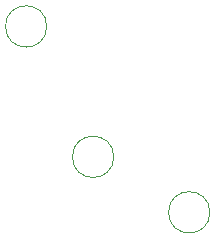
<source format=gbr>
G04 #@! TF.GenerationSoftware,KiCad,Pcbnew,(5.1.4)-1*
G04 #@! TF.CreationDate,2020-07-19T23:59:32-07:00*
G04 #@! TF.ProjectId,Main Board,4d61696e-2042-46f6-9172-642e6b696361,rev?*
G04 #@! TF.SameCoordinates,Original*
G04 #@! TF.FileFunction,Other,User*
%FSLAX46Y46*%
G04 Gerber Fmt 4.6, Leading zero omitted, Abs format (unit mm)*
G04 Created by KiCad (PCBNEW (5.1.4)-1) date 2020-07-19 23:59:32*
%MOMM*%
%LPD*%
G04 APERTURE LIST*
%ADD10C,0.050000*%
G04 APERTURE END LIST*
D10*
X163810000Y-104400000D02*
G75*
G03X163810000Y-104400000I-1750000J0D01*
G01*
X150000000Y-88660000D02*
G75*
G03X150000000Y-88660000I-1750000J0D01*
G01*
X155670000Y-99700000D02*
G75*
G03X155670000Y-99700000I-1750000J0D01*
G01*
M02*

</source>
